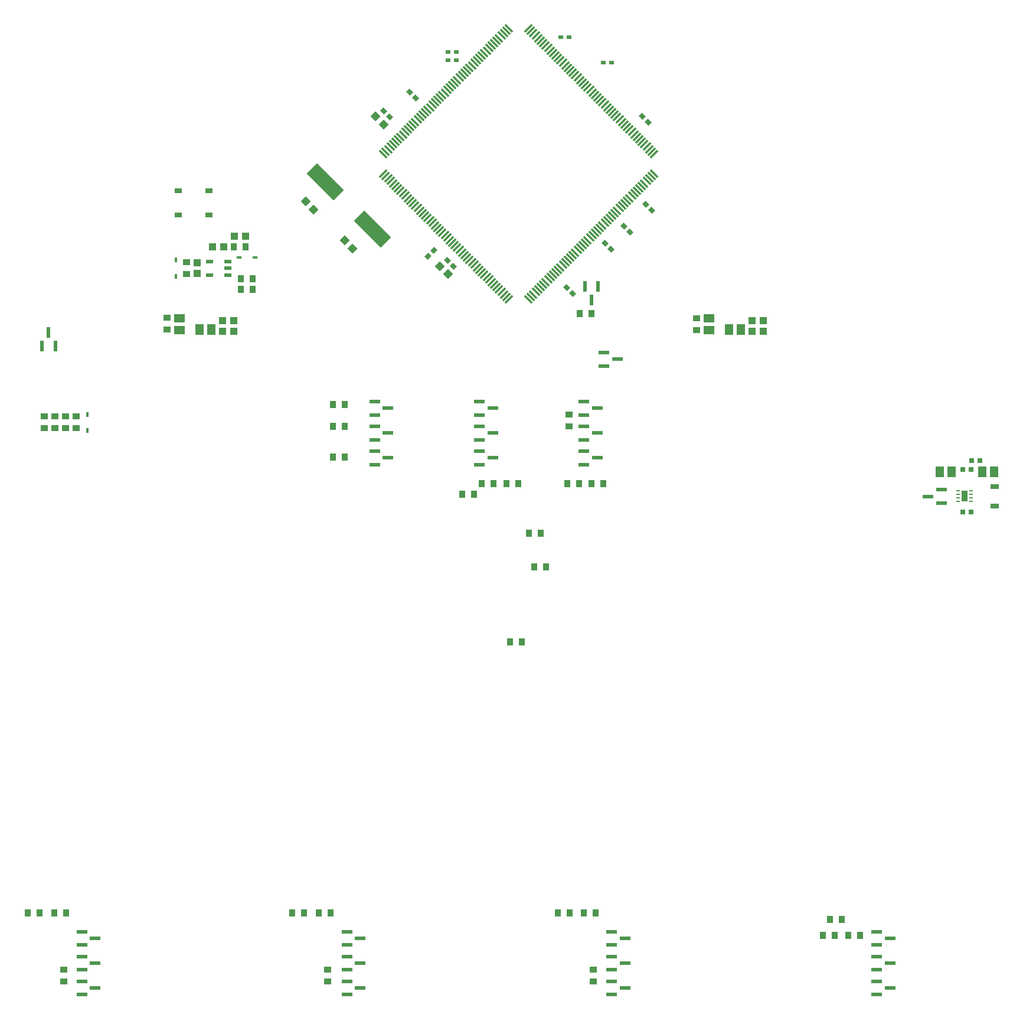
<source format=gbp>
G04 Layer_Color=128*
%FSLAX44Y44*%
%MOMM*%
G71*
G01*
G75*
%ADD10R,1.0000X0.9000*%
%ADD11R,0.9000X1.0000*%
%ADD12R,1.0000X1.0000*%
%ADD15R,1.3000X1.5000*%
%ADD37R,1.5000X0.6000*%
%ADD38P,1.4142X4X270.0*%
%ADD39R,1.5000X1.3000*%
%ADD40R,1.0000X1.0000*%
%ADD41R,0.4500X0.7000*%
%ADD42R,0.7000X0.4500*%
%ADD43R,0.6000X1.5000*%
%ADD44R,0.8000X0.7000*%
G04:AMPARAMS|DCode=45|XSize=0.6mm|YSize=0.8mm|CornerRadius=0mm|HoleSize=0mm|Usage=FLASHONLY|Rotation=225.000|XOffset=0mm|YOffset=0mm|HoleType=Round|Shape=Rectangle|*
%AMROTATEDRECTD45*
4,1,4,-0.0707,0.4950,0.4950,-0.0707,0.0707,-0.4950,-0.4950,0.0707,-0.0707,0.4950,0.0*
%
%ADD45ROTATEDRECTD45*%

%ADD46R,0.8000X0.6000*%
G04:AMPARAMS|DCode=47|XSize=0.6mm|YSize=0.8mm|CornerRadius=0mm|HoleSize=0mm|Usage=FLASHONLY|Rotation=315.000|XOffset=0mm|YOffset=0mm|HoleType=Round|Shape=Rectangle|*
%AMROTATEDRECTD47*
4,1,4,-0.4950,-0.0707,0.0707,0.4950,0.4950,0.0707,-0.0707,-0.4950,-0.4950,-0.0707,0.0*
%
%ADD47ROTATEDRECTD47*%

%ADD48R,1.1000X0.7000*%
%ADD49R,0.5000X0.2500*%
%ADD50R,0.9000X1.6000*%
%ADD51R,1.2000X0.6500*%
G04:AMPARAMS|DCode=52|XSize=5.4991mm|YSize=2.1082mm|CornerRadius=0mm|HoleSize=0mm|Usage=FLASHONLY|Rotation=315.000|XOffset=0mm|YOffset=0mm|HoleType=Round|Shape=Rectangle|*
%AMROTATEDRECTD52*
4,1,4,-2.6896,1.1989,-1.1989,2.6896,2.6896,-1.1989,1.1989,-2.6896,-2.6896,1.1989,0.0*
%
%ADD52ROTATEDRECTD52*%

%ADD53R,1.0000X0.6000*%
G04:AMPARAMS|DCode=54|XSize=0.3mm|YSize=1.45mm|CornerRadius=0mm|HoleSize=0mm|Usage=FLASHONLY|Rotation=315.000|XOffset=0mm|YOffset=0mm|HoleType=Round|Shape=Rectangle|*
%AMROTATEDRECTD54*
4,1,4,-0.6187,-0.4066,0.4066,0.6187,0.6187,0.4066,-0.4066,-0.6187,-0.6187,-0.4066,0.0*
%
%ADD54ROTATEDRECTD54*%

G04:AMPARAMS|DCode=55|XSize=0.3mm|YSize=1.45mm|CornerRadius=0mm|HoleSize=0mm|Usage=FLASHONLY|Rotation=45.000|XOffset=0mm|YOffset=0mm|HoleType=Round|Shape=Rectangle|*
%AMROTATEDRECTD55*
4,1,4,0.4066,-0.6187,-0.6187,0.4066,-0.4066,0.6187,0.6187,-0.4066,0.4066,-0.6187,0.0*
%
%ADD55ROTATEDRECTD55*%

D10*
X152400Y897400D02*
D03*
Y914400D02*
D03*
X911860Y897010D02*
D03*
Y914010D02*
D03*
X180455Y994342D02*
D03*
X180455Y977342D02*
D03*
X21590Y773040D02*
D03*
Y756040D02*
D03*
X6350Y773040D02*
D03*
Y756040D02*
D03*
X-8890Y773040D02*
D03*
Y756040D02*
D03*
X-24130Y773040D02*
D03*
Y756040D02*
D03*
X4243Y-20147D02*
D03*
Y-37147D02*
D03*
X763270Y-20150D02*
D03*
Y-37150D02*
D03*
X729110Y775580D02*
D03*
Y758580D02*
D03*
X382296Y-20150D02*
D03*
Y-37150D02*
D03*
D11*
X248040Y1015942D02*
D03*
X265040D02*
D03*
X258315Y970222D02*
D03*
X275315D02*
D03*
X258315Y954982D02*
D03*
X275315D02*
D03*
X678570Y557530D02*
D03*
X695570D02*
D03*
X661280Y449580D02*
D03*
X644280D02*
D03*
X670950Y605790D02*
D03*
X687950D02*
D03*
X760892Y920750D02*
D03*
X743892D02*
D03*
X-9770Y60960D02*
D03*
X7230D02*
D03*
X407280Y789940D02*
D03*
X390280D02*
D03*
X575913Y661670D02*
D03*
X592913D02*
D03*
X750306Y60960D02*
D03*
X767307D02*
D03*
X407280Y758800D02*
D03*
X390280D02*
D03*
X639200Y676910D02*
D03*
X656200D02*
D03*
X1119750Y52070D02*
D03*
X1102750D02*
D03*
X369960Y60960D02*
D03*
X386960D02*
D03*
X725959Y676910D02*
D03*
X742959D02*
D03*
X-30870Y60960D02*
D03*
X-47870D02*
D03*
X407280Y714795D02*
D03*
X390280D02*
D03*
X620240Y676910D02*
D03*
X603240D02*
D03*
X729860Y60960D02*
D03*
X712860D02*
D03*
X1109590Y29210D02*
D03*
X1092590D02*
D03*
X348860Y60960D02*
D03*
X331860D02*
D03*
X777740Y676910D02*
D03*
X760740D02*
D03*
X1146420Y29210D02*
D03*
X1129420D02*
D03*
D12*
X217285Y1015942D02*
D03*
X233285D02*
D03*
X232030Y910590D02*
D03*
X248030D02*
D03*
X232030Y895350D02*
D03*
X248030D02*
D03*
X991490D02*
D03*
X1007490D02*
D03*
X991490Y910590D02*
D03*
X1007490D02*
D03*
X248540Y1031240D02*
D03*
X264540D02*
D03*
D15*
X198510Y897890D02*
D03*
X215510D02*
D03*
X957970D02*
D03*
X974970D02*
D03*
X1260840Y693380D02*
D03*
X1277840D02*
D03*
X1338800D02*
D03*
X1321800D02*
D03*
D37*
X469240Y713740D02*
D03*
X450240Y723240D02*
D03*
Y704240D02*
D03*
X469240Y749300D02*
D03*
X450240Y758800D02*
D03*
Y739800D02*
D03*
X469240Y784860D02*
D03*
X450240Y794360D02*
D03*
Y775360D02*
D03*
X619240Y749300D02*
D03*
X600240Y758800D02*
D03*
Y739800D02*
D03*
X619240Y784860D02*
D03*
X600240Y794360D02*
D03*
Y775360D02*
D03*
X619240Y713740D02*
D03*
X600240Y723240D02*
D03*
Y704240D02*
D03*
X769240Y713740D02*
D03*
X750240Y723240D02*
D03*
Y704240D02*
D03*
X769240Y749300D02*
D03*
X750240Y758800D02*
D03*
Y739800D02*
D03*
X769240Y784860D02*
D03*
X750240Y794360D02*
D03*
Y775360D02*
D03*
X49240Y24860D02*
D03*
X30240Y34360D02*
D03*
Y15360D02*
D03*
X49240Y-46260D02*
D03*
X30240Y-36760D02*
D03*
Y-55760D02*
D03*
X49240Y-10700D02*
D03*
X30240Y-1200D02*
D03*
Y-20200D02*
D03*
X429240Y-46260D02*
D03*
X410240Y-36760D02*
D03*
Y-55760D02*
D03*
X429240Y24860D02*
D03*
X410240Y34360D02*
D03*
Y15360D02*
D03*
X429240Y-10700D02*
D03*
X410240Y-1200D02*
D03*
Y-20200D02*
D03*
X809240Y24860D02*
D03*
X790240Y34360D02*
D03*
Y15360D02*
D03*
X809240Y-46260D02*
D03*
X790240Y-36760D02*
D03*
Y-55760D02*
D03*
X809240Y-10700D02*
D03*
X790240Y-1200D02*
D03*
Y-20200D02*
D03*
X1189240Y-10700D02*
D03*
X1170240Y-1200D02*
D03*
Y-20200D02*
D03*
X1189240Y-46260D02*
D03*
X1170240Y-36760D02*
D03*
Y-55760D02*
D03*
X1189240Y24860D02*
D03*
X1170240Y34360D02*
D03*
Y15360D02*
D03*
X797898Y855068D02*
D03*
X778898Y864568D02*
D03*
Y845568D02*
D03*
X1262990Y667980D02*
D03*
Y648980D02*
D03*
X1243990Y658480D02*
D03*
D38*
X462857Y1191953D02*
D03*
X451543Y1203267D02*
D03*
X407093Y1025467D02*
D03*
X418407Y1014153D02*
D03*
X351213Y1081347D02*
D03*
X362527Y1070033D02*
D03*
X543643Y988637D02*
D03*
X554957Y977323D02*
D03*
D39*
X170180Y914010D02*
D03*
Y897010D02*
D03*
X929213Y913620D02*
D03*
Y896620D02*
D03*
D40*
X195695Y977842D02*
D03*
Y993842D02*
D03*
D41*
X165215Y997342D02*
D03*
X165215Y974342D02*
D03*
X37709Y776040D02*
D03*
Y753040D02*
D03*
D42*
X255315Y1000702D02*
D03*
X278315Y1000702D02*
D03*
D43*
X-17547Y893420D02*
D03*
X-27047Y874420D02*
D03*
X-8047D02*
D03*
X751438Y959460D02*
D03*
X770437D02*
D03*
X760938Y940460D02*
D03*
D44*
X1305820Y636230D02*
D03*
X1293820D02*
D03*
X1306520Y709750D02*
D03*
X1318520D02*
D03*
X1293820Y697190D02*
D03*
X1305820D02*
D03*
D45*
X471603Y1202257D02*
D03*
X463117Y1210743D02*
D03*
X508906Y1229956D02*
D03*
X500421Y1238441D02*
D03*
X833957Y1203123D02*
D03*
X842443Y1194637D02*
D03*
X839037Y1077393D02*
D03*
X847523Y1068907D02*
D03*
X807734Y1046219D02*
D03*
X816219Y1037734D02*
D03*
X780786Y1021513D02*
D03*
X789271Y1013027D02*
D03*
X563043Y988537D02*
D03*
X554557Y997022D02*
D03*
X725170Y957580D02*
D03*
X733655Y949095D02*
D03*
D46*
X567340Y1283696D02*
D03*
X555340D02*
D03*
X567407Y1295400D02*
D03*
X555407D02*
D03*
X716630Y1316990D02*
D03*
X728630D02*
D03*
X789740Y1280160D02*
D03*
X777740D02*
D03*
D47*
X535103Y1011353D02*
D03*
X526617Y1002867D02*
D03*
D48*
X212775Y1097000D02*
D03*
X168276D02*
D03*
Y1062000D02*
D03*
X212775D02*
D03*
D49*
X1286510Y651590D02*
D03*
Y656590D02*
D03*
Y661590D02*
D03*
Y666590D02*
D03*
X1305510Y651590D02*
D03*
Y656590D02*
D03*
Y661590D02*
D03*
Y666590D02*
D03*
D50*
X1296010Y659090D02*
D03*
D51*
X1339190Y672230D02*
D03*
X1339190Y644730D02*
D03*
D52*
X446651Y1041789D02*
D03*
X378849Y1109591D02*
D03*
D53*
X239175Y994961D02*
D03*
Y985461D02*
D03*
X239175Y975961D02*
D03*
X213175D02*
D03*
X213175Y994961D02*
D03*
D54*
X642625Y941102D02*
D03*
X639089Y944638D02*
D03*
X635554Y948174D02*
D03*
X632018Y951709D02*
D03*
X628483Y955245D02*
D03*
X624947Y958780D02*
D03*
X621412Y962316D02*
D03*
X617876Y965851D02*
D03*
X614340Y969387D02*
D03*
X610805Y972922D02*
D03*
X607269Y976458D02*
D03*
X603734Y979993D02*
D03*
X600198Y983529D02*
D03*
X596663Y987064D02*
D03*
X593127Y990600D02*
D03*
X589592Y994135D02*
D03*
X586056Y997671D02*
D03*
X582521Y1001207D02*
D03*
X578985Y1004742D02*
D03*
X575449Y1008278D02*
D03*
X571914Y1011813D02*
D03*
X568378Y1015349D02*
D03*
X564843Y1018884D02*
D03*
X561307Y1022420D02*
D03*
X557772Y1025955D02*
D03*
X554236Y1029491D02*
D03*
X550701Y1033026D02*
D03*
X547165Y1036562D02*
D03*
X543630Y1040097D02*
D03*
X540094Y1043633D02*
D03*
X536559Y1047168D02*
D03*
X533023Y1050704D02*
D03*
X529488Y1054240D02*
D03*
X525952Y1057775D02*
D03*
X522416Y1061311D02*
D03*
X518881Y1064846D02*
D03*
X515345Y1068382D02*
D03*
X511810Y1071917D02*
D03*
X508274Y1075453D02*
D03*
X504739Y1078988D02*
D03*
X501203Y1082524D02*
D03*
X497668Y1086059D02*
D03*
X494132Y1089595D02*
D03*
X490597Y1093130D02*
D03*
X487061Y1096666D02*
D03*
X483526Y1100201D02*
D03*
X479990Y1103737D02*
D03*
X476455Y1107272D02*
D03*
X472919Y1110808D02*
D03*
X469384Y1114344D02*
D03*
X465848Y1117879D02*
D03*
X462312Y1121415D02*
D03*
X670555Y1329658D02*
D03*
X674091Y1326122D02*
D03*
X677626Y1322587D02*
D03*
X681162Y1319051D02*
D03*
X684697Y1315515D02*
D03*
X688233Y1311980D02*
D03*
X691768Y1308444D02*
D03*
X695304Y1304909D02*
D03*
X698840Y1301373D02*
D03*
X702375Y1297838D02*
D03*
X705911Y1294302D02*
D03*
X709446Y1290767D02*
D03*
X712982Y1287231D02*
D03*
X716517Y1283696D02*
D03*
X720053Y1280160D02*
D03*
X723588Y1276625D02*
D03*
X727124Y1273089D02*
D03*
X730659Y1269554D02*
D03*
X734195Y1266018D02*
D03*
X737730Y1262482D02*
D03*
X741266Y1258947D02*
D03*
X744802Y1255411D02*
D03*
X748337Y1251876D02*
D03*
X751873Y1248340D02*
D03*
X755408Y1244805D02*
D03*
X758944Y1241269D02*
D03*
X762479Y1237734D02*
D03*
X766015Y1234198D02*
D03*
X769550Y1230663D02*
D03*
X773086Y1227127D02*
D03*
X776621Y1223592D02*
D03*
X780157Y1220056D02*
D03*
X783692Y1216520D02*
D03*
X787228Y1212985D02*
D03*
X790763Y1209449D02*
D03*
X794299Y1205914D02*
D03*
X797835Y1202378D02*
D03*
X801370Y1198843D02*
D03*
X804906Y1195307D02*
D03*
X808441Y1191772D02*
D03*
X811977Y1188236D02*
D03*
X815512Y1184701D02*
D03*
X819048Y1181165D02*
D03*
X822583Y1177630D02*
D03*
X826119Y1174094D02*
D03*
X829654Y1170558D02*
D03*
X833190Y1167023D02*
D03*
X836725Y1163487D02*
D03*
X840261Y1159952D02*
D03*
X843796Y1156416D02*
D03*
X847332Y1152881D02*
D03*
X850868Y1149345D02*
D03*
D55*
X462312D02*
D03*
X465848Y1152881D02*
D03*
X469384Y1156416D02*
D03*
X472919Y1159952D02*
D03*
X476455Y1163487D02*
D03*
X479990Y1167023D02*
D03*
X483526Y1170558D02*
D03*
X487061Y1174094D02*
D03*
X490597Y1177630D02*
D03*
X494132Y1181165D02*
D03*
X497668Y1184701D02*
D03*
X501203Y1188236D02*
D03*
X504739Y1191772D02*
D03*
X508274Y1195307D02*
D03*
X511810Y1198843D02*
D03*
X515345Y1202378D02*
D03*
X518881Y1205914D02*
D03*
X522416Y1209449D02*
D03*
X525952Y1212985D02*
D03*
X529488Y1216520D02*
D03*
X533023Y1220056D02*
D03*
X536559Y1223592D02*
D03*
X540094Y1227127D02*
D03*
X543630Y1230663D02*
D03*
X547165Y1234198D02*
D03*
X550701Y1237734D02*
D03*
X554236Y1241269D02*
D03*
X557772Y1244805D02*
D03*
X561307Y1248340D02*
D03*
X564843Y1251876D02*
D03*
X568378Y1255411D02*
D03*
X571914Y1258947D02*
D03*
X575449Y1262482D02*
D03*
X578985Y1266018D02*
D03*
X582521Y1269554D02*
D03*
X586056Y1273089D02*
D03*
X589592Y1276625D02*
D03*
X593127Y1280160D02*
D03*
X596663Y1283696D02*
D03*
X600198Y1287231D02*
D03*
X603734Y1290767D02*
D03*
X607269Y1294302D02*
D03*
X610805Y1297838D02*
D03*
X614340Y1301373D02*
D03*
X617876Y1304909D02*
D03*
X621412Y1308444D02*
D03*
X624947Y1311980D02*
D03*
X628483Y1315515D02*
D03*
X632018Y1319051D02*
D03*
X635554Y1322587D02*
D03*
X639089Y1326122D02*
D03*
X642625Y1329658D02*
D03*
X850868Y1121415D02*
D03*
X847332Y1117879D02*
D03*
X843796Y1114344D02*
D03*
X840261Y1110808D02*
D03*
X836725Y1107272D02*
D03*
X833190Y1103737D02*
D03*
X829654Y1100201D02*
D03*
X826119Y1096666D02*
D03*
X822583Y1093130D02*
D03*
X819048Y1089595D02*
D03*
X815512Y1086059D02*
D03*
X811977Y1082524D02*
D03*
X808441Y1078988D02*
D03*
X804906Y1075453D02*
D03*
X801370Y1071917D02*
D03*
X797835Y1068382D02*
D03*
X794299Y1064846D02*
D03*
X790763Y1061311D02*
D03*
X787228Y1057775D02*
D03*
X783692Y1054240D02*
D03*
X780157Y1050704D02*
D03*
X776621Y1047168D02*
D03*
X773086Y1043633D02*
D03*
X769550Y1040097D02*
D03*
X766015Y1036562D02*
D03*
X762479Y1033026D02*
D03*
X758944Y1029491D02*
D03*
X755408Y1025955D02*
D03*
X751873Y1022420D02*
D03*
X748337Y1018884D02*
D03*
X744802Y1015349D02*
D03*
X741266Y1011813D02*
D03*
X737730Y1008278D02*
D03*
X734195Y1004742D02*
D03*
X730659Y1001207D02*
D03*
X727124Y997671D02*
D03*
X723588Y994135D02*
D03*
X720053Y990600D02*
D03*
X716517Y987064D02*
D03*
X712982Y983529D02*
D03*
X709446Y979993D02*
D03*
X705911Y976458D02*
D03*
X702375Y972922D02*
D03*
X698840Y969387D02*
D03*
X695304Y965851D02*
D03*
X691768Y962316D02*
D03*
X688233Y958780D02*
D03*
X684697Y955245D02*
D03*
X681162Y951709D02*
D03*
X677626Y948174D02*
D03*
X674091Y944638D02*
D03*
X670555Y941102D02*
D03*
M02*

</source>
